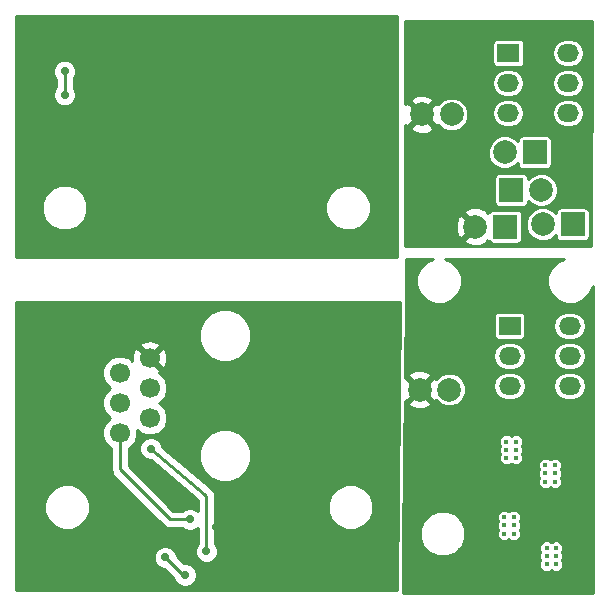
<source format=gbl>
G04 #@! TF.FileFunction,Copper,L2,Bot,Signal*
%FSLAX46Y46*%
G04 Gerber Fmt 4.6, Leading zero omitted, Abs format (unit mm)*
G04 Created by KiCad (PCBNEW 4.0.2-stable) date 11/9/2016 4:35:35 PM*
%MOMM*%
G01*
G04 APERTURE LIST*
%ADD10C,0.150000*%
%ADD11C,0.600000*%
%ADD12C,1.700000*%
%ADD13C,2.000000*%
%ADD14R,2.000000X2.000000*%
%ADD15R,1.824000X1.524000*%
%ADD16O,1.824000X1.524000*%
%ADD17C,0.400000*%
%ADD18C,0.700000*%
%ADD19C,0.250000*%
%ADD20C,0.254000*%
G04 APERTURE END LIST*
D10*
D11*
X165800000Y-129500000D03*
X165800000Y-130500000D03*
X165800000Y-128400000D03*
X165800000Y-127400000D03*
X162800000Y-127400000D03*
X163800000Y-127400000D03*
X164800000Y-127400000D03*
X162800000Y-128400000D03*
X163800000Y-128400000D03*
X164800000Y-128400000D03*
X164800000Y-130500000D03*
X163800000Y-130500000D03*
X162800000Y-130500000D03*
X164800000Y-129500000D03*
X163800000Y-129500000D03*
X162800000Y-129500000D03*
X137300000Y-102500000D03*
X137300000Y-101500000D03*
X137300000Y-100500000D03*
X137300000Y-99500000D03*
X137300000Y-98500000D03*
X137300000Y-103500000D03*
X137300000Y-104500000D03*
X155500000Y-112500000D03*
X156500000Y-112500000D03*
X157500000Y-111500000D03*
X156500000Y-111500000D03*
X155500000Y-111500000D03*
X157500000Y-110500000D03*
X156500000Y-110500000D03*
X155500000Y-110500000D03*
X161500000Y-107500000D03*
X160500000Y-107500000D03*
X159500000Y-107500000D03*
X158500000Y-107500000D03*
X161500000Y-106500000D03*
X160500000Y-106500000D03*
X159500000Y-106500000D03*
X158500000Y-106500000D03*
X158500000Y-108500000D03*
X159500000Y-108500000D03*
X160500000Y-108500000D03*
X161500000Y-108500000D03*
X158500000Y-109500000D03*
X159500000Y-109500000D03*
X160500000Y-109500000D03*
X161500000Y-109500000D03*
X158500000Y-110500000D03*
X159500000Y-110500000D03*
X160500000Y-110500000D03*
X161500000Y-110500000D03*
X158500000Y-111500000D03*
X159500000Y-111500000D03*
X160500000Y-111500000D03*
X161500000Y-111500000D03*
X152800000Y-104200000D03*
X153800000Y-104200000D03*
X152600000Y-102600000D03*
X151600000Y-102600000D03*
X152400000Y-101400000D03*
X151400000Y-101400000D03*
X150000000Y-100000000D03*
X151000000Y-100000000D03*
X147600000Y-97200000D03*
X149600000Y-98600000D03*
X148600000Y-98600000D03*
X160900000Y-104500000D03*
X159900000Y-104500000D03*
X161900000Y-104500000D03*
X162900000Y-104500000D03*
X161900000Y-105500000D03*
X162900000Y-105500000D03*
X147200000Y-107800000D03*
X148200000Y-106300000D03*
X147200000Y-106300000D03*
X146200000Y-106300000D03*
X145200000Y-106300000D03*
X144300000Y-105900000D03*
X143200000Y-104900000D03*
X144200000Y-104900000D03*
X145200000Y-104900000D03*
X146200000Y-104900000D03*
X147200000Y-104900000D03*
X148200000Y-104900000D03*
X148200000Y-103500000D03*
X147200000Y-103500000D03*
X146200000Y-103500000D03*
X145200000Y-103500000D03*
X144200000Y-103500000D03*
X143200000Y-103500000D03*
X142200000Y-103500000D03*
X161500000Y-112500000D03*
X160500000Y-112500000D03*
X159500000Y-112500000D03*
X158500000Y-112500000D03*
X157500000Y-112500000D03*
X167900000Y-112500000D03*
X166900000Y-112500000D03*
X165900000Y-112500000D03*
X167900000Y-111500000D03*
X166900000Y-111500000D03*
X167900000Y-110500000D03*
X166900000Y-110500000D03*
X167900000Y-109500000D03*
X166900000Y-109500000D03*
X167900000Y-108500000D03*
X166900000Y-108500000D03*
X167900000Y-107500000D03*
X166900000Y-107500000D03*
X165900000Y-107500000D03*
X167900000Y-106500000D03*
X166900000Y-106500000D03*
X165900000Y-106500000D03*
X167900000Y-105500000D03*
X166900000Y-105500000D03*
X165900000Y-105500000D03*
X164900000Y-105500000D03*
X163900000Y-105500000D03*
X167900000Y-104500000D03*
X166900000Y-104500000D03*
X165900000Y-104500000D03*
X164900000Y-104500000D03*
X163900000Y-104500000D03*
X167900000Y-103500000D03*
X166900000Y-103500000D03*
X165900000Y-103500000D03*
X164900000Y-103500000D03*
X163900000Y-103500000D03*
X167900000Y-102500000D03*
X166900000Y-102500000D03*
X165900000Y-102500000D03*
X164900000Y-102500000D03*
X163900000Y-102500000D03*
X167900000Y-101500000D03*
X166900000Y-101500000D03*
X165900000Y-101500000D03*
X164900000Y-101500000D03*
X163900000Y-101500000D03*
X167900000Y-100500000D03*
X166900000Y-100500000D03*
X165900000Y-100500000D03*
X164900000Y-100500000D03*
X163900000Y-100500000D03*
X167900000Y-99500000D03*
X166900000Y-99500000D03*
X165900000Y-99500000D03*
X164900000Y-99500000D03*
X163900000Y-99500000D03*
X167900000Y-98500000D03*
X166900000Y-98500000D03*
X165900000Y-98500000D03*
X164900000Y-98500000D03*
X163900000Y-98500000D03*
X167900000Y-97500000D03*
X166900000Y-97500000D03*
X165900000Y-97500000D03*
X164900000Y-97500000D03*
X163900000Y-97500000D03*
X167900000Y-96500000D03*
X166900000Y-96500000D03*
X165900000Y-96500000D03*
X164900000Y-96500000D03*
X163900000Y-96500000D03*
X167900000Y-95500000D03*
X166900000Y-95500000D03*
X165900000Y-95500000D03*
X164900000Y-95500000D03*
X163900000Y-95500000D03*
X167900000Y-94500000D03*
X166900000Y-94500000D03*
X165900000Y-94500000D03*
X164900000Y-94500000D03*
X163900000Y-94500000D03*
X154900000Y-100700000D03*
X155900000Y-100700000D03*
X156900000Y-100700000D03*
X156900000Y-99200000D03*
X155900000Y-99200000D03*
X154900000Y-99200000D03*
X153900000Y-99200000D03*
X151900000Y-97700000D03*
X152900000Y-97700000D03*
X153900000Y-97700000D03*
X154900000Y-97700000D03*
X155900000Y-97700000D03*
X156900000Y-97700000D03*
X156900000Y-96100000D03*
X155900000Y-96100000D03*
X154900000Y-96100000D03*
X153900000Y-96100000D03*
X152900000Y-96100000D03*
X151900000Y-96100000D03*
X150900000Y-96100000D03*
X150900000Y-94600000D03*
X151900000Y-94600000D03*
X152900000Y-94600000D03*
X153900000Y-94600000D03*
X154900000Y-94600000D03*
X155900000Y-94600000D03*
X156900000Y-94600000D03*
X149900000Y-94600000D03*
X167900000Y-93300000D03*
X166900000Y-93300000D03*
X165900000Y-93300000D03*
X164900000Y-93300000D03*
X163900000Y-93300000D03*
X162900000Y-93300000D03*
X161900000Y-93300000D03*
X160900000Y-93300000D03*
X159900000Y-93300000D03*
X158900000Y-93300000D03*
X157900000Y-93300000D03*
X156900000Y-93300000D03*
X155900000Y-93300000D03*
X154900000Y-93300000D03*
X153900000Y-93300000D03*
X152900000Y-93300000D03*
X151900000Y-93300000D03*
X150900000Y-93300000D03*
X149900000Y-93300000D03*
X148900000Y-93300000D03*
X147900000Y-93300000D03*
X146900000Y-93300000D03*
X145900000Y-93300000D03*
X145600000Y-112600000D03*
X142600000Y-110500000D03*
X143600000Y-110500000D03*
X144600000Y-112600000D03*
X143600000Y-112600000D03*
X142600000Y-112600000D03*
X144600000Y-111600000D03*
X143600000Y-111600000D03*
X142600000Y-111600000D03*
X137400000Y-112500000D03*
X137400000Y-111500000D03*
X137400000Y-110500000D03*
X137400000Y-109500000D03*
X137400000Y-108500000D03*
X137400000Y-107500000D03*
X137400000Y-106500000D03*
X137400000Y-105500000D03*
X136300000Y-112500000D03*
X136300000Y-111500000D03*
X136300000Y-110500000D03*
X136300000Y-109500000D03*
X136300000Y-108500000D03*
X136300000Y-107500000D03*
X136300000Y-106500000D03*
X136300000Y-105500000D03*
X136300000Y-104500000D03*
X136300000Y-103500000D03*
X136300000Y-98500000D03*
X136300000Y-99500000D03*
X136300000Y-100500000D03*
X136300000Y-101500000D03*
X136300000Y-102500000D03*
X143600000Y-93300000D03*
X138300000Y-97300000D03*
X137300000Y-97300000D03*
X136300000Y-97300000D03*
X141300000Y-93300000D03*
X144900000Y-93300000D03*
X138300000Y-96300000D03*
X137300000Y-96300000D03*
X136300000Y-96300000D03*
X142400000Y-93300000D03*
X139300000Y-95300000D03*
X138300000Y-95300000D03*
X137300000Y-95300000D03*
X136300000Y-95300000D03*
X140300000Y-94300000D03*
X139300000Y-94300000D03*
X138300000Y-94300000D03*
X137300000Y-94300000D03*
X136300000Y-94300000D03*
X140300000Y-93300000D03*
X139300000Y-93300000D03*
X138300000Y-93300000D03*
X137300000Y-93300000D03*
X136300000Y-93300000D03*
X156700000Y-133400000D03*
X155700000Y-133400000D03*
X154700000Y-133400000D03*
X153700000Y-133400000D03*
X156700000Y-132400000D03*
X155700000Y-132400000D03*
X154700000Y-132400000D03*
X153700000Y-132400000D03*
X167800000Y-130500000D03*
X166800000Y-130500000D03*
X166800000Y-128500000D03*
X167800000Y-128500000D03*
X166800000Y-129500000D03*
X167800000Y-129500000D03*
X167800000Y-127400000D03*
X166800000Y-127400000D03*
X155700000Y-122200000D03*
X156700000Y-122200000D03*
X155700000Y-123200000D03*
X156700000Y-123200000D03*
X155700000Y-124200000D03*
X156700000Y-124200000D03*
X156700000Y-126300000D03*
X155700000Y-126300000D03*
X156700000Y-125300000D03*
X155700000Y-125300000D03*
X150600000Y-125300000D03*
X151600000Y-125300000D03*
X152600000Y-125300000D03*
X153600000Y-125300000D03*
X154600000Y-125300000D03*
X150600000Y-126300000D03*
X151600000Y-126300000D03*
X152600000Y-126300000D03*
X153600000Y-126300000D03*
X154600000Y-126300000D03*
X154600000Y-124200000D03*
X153600000Y-124200000D03*
X152600000Y-124200000D03*
X151600000Y-124200000D03*
X150600000Y-124200000D03*
X154600000Y-123200000D03*
X153600000Y-123200000D03*
X152600000Y-123200000D03*
X151600000Y-123200000D03*
X150600000Y-123200000D03*
X154600000Y-122200000D03*
X153600000Y-122200000D03*
X152600000Y-122200000D03*
X151600000Y-122200000D03*
X150600000Y-122200000D03*
X144500000Y-117200000D03*
X145500000Y-117200000D03*
X146500000Y-117200000D03*
X144500000Y-118200000D03*
X145500000Y-118200000D03*
X144500000Y-119200000D03*
X145500000Y-119200000D03*
X146500000Y-119200000D03*
X146500000Y-118200000D03*
X149500000Y-118200000D03*
X149500000Y-119200000D03*
X148500000Y-119200000D03*
X147500000Y-119200000D03*
X148500000Y-118200000D03*
X147500000Y-118200000D03*
X149500000Y-117200000D03*
X148500000Y-117200000D03*
X147500000Y-117200000D03*
X157700000Y-121200000D03*
X158700000Y-121200000D03*
X159700000Y-121200000D03*
X160700000Y-121200000D03*
X161700000Y-121200000D03*
X162800000Y-121200000D03*
X157700000Y-122200000D03*
X158700000Y-122200000D03*
X159700000Y-122200000D03*
X160700000Y-122200000D03*
X161700000Y-122200000D03*
X157700000Y-123200000D03*
X158700000Y-123200000D03*
X159700000Y-123200000D03*
X160700000Y-123200000D03*
X161700000Y-123200000D03*
X157700000Y-124200000D03*
X158700000Y-124200000D03*
X159700000Y-124200000D03*
X160700000Y-124200000D03*
X161700000Y-124200000D03*
X161700000Y-126300000D03*
X160700000Y-126300000D03*
X159700000Y-126300000D03*
X158700000Y-126300000D03*
X157700000Y-126300000D03*
X161700000Y-125300000D03*
X160700000Y-125300000D03*
X159700000Y-125300000D03*
X158700000Y-125300000D03*
X157700000Y-125300000D03*
X162800000Y-125300000D03*
X163800000Y-125300000D03*
X164800000Y-125300000D03*
X162800000Y-126300000D03*
X163800000Y-126300000D03*
X164800000Y-126300000D03*
X164800000Y-124200000D03*
X163800000Y-124200000D03*
X162800000Y-124200000D03*
X164800000Y-123200000D03*
X163800000Y-123200000D03*
X162800000Y-123200000D03*
X164800000Y-122200000D03*
X163800000Y-122200000D03*
X162800000Y-122200000D03*
X164800000Y-121200000D03*
X163800000Y-121200000D03*
X163800000Y-117200000D03*
X164800000Y-117200000D03*
X162800000Y-118200000D03*
X163800000Y-118200000D03*
X164800000Y-118200000D03*
X162800000Y-119200000D03*
X163800000Y-119200000D03*
X164800000Y-119200000D03*
X162800000Y-120200000D03*
X163800000Y-120200000D03*
X164800000Y-120200000D03*
X161700000Y-120200000D03*
X160700000Y-120200000D03*
X159700000Y-120200000D03*
X158700000Y-120200000D03*
X157700000Y-120200000D03*
X161700000Y-119200000D03*
X160700000Y-119200000D03*
X159700000Y-119200000D03*
X158700000Y-119200000D03*
X157700000Y-119200000D03*
X161700000Y-118200000D03*
X160700000Y-118200000D03*
X159700000Y-118200000D03*
X158700000Y-118200000D03*
X157700000Y-118200000D03*
X162800000Y-117200000D03*
X161700000Y-117200000D03*
X160700000Y-117200000D03*
X159700000Y-117200000D03*
X158700000Y-117200000D03*
X157700000Y-117200000D03*
X165800000Y-117200000D03*
X167800000Y-120200000D03*
X166800000Y-120200000D03*
X165800000Y-120200000D03*
X167800000Y-119200000D03*
X166800000Y-119200000D03*
X165800000Y-119200000D03*
X167800000Y-118200000D03*
X166800000Y-118200000D03*
X165800000Y-118200000D03*
X167800000Y-117200000D03*
X166800000Y-117200000D03*
X166800000Y-121200000D03*
X167800000Y-121200000D03*
X165800000Y-122200000D03*
X166800000Y-122200000D03*
X167800000Y-122200000D03*
X165800000Y-123200000D03*
X166800000Y-123200000D03*
X167800000Y-123200000D03*
X165800000Y-124200000D03*
X166800000Y-124200000D03*
X167800000Y-124200000D03*
X167800000Y-126300000D03*
X166800000Y-126300000D03*
X165800000Y-126300000D03*
X167800000Y-125300000D03*
X166800000Y-125300000D03*
X165800000Y-125300000D03*
X165800000Y-121200000D03*
X161700000Y-130400000D03*
X160700000Y-130400000D03*
X159700000Y-130400000D03*
X158700000Y-130400000D03*
X157700000Y-130400000D03*
X161700000Y-129400000D03*
X160700000Y-129400000D03*
X159700000Y-129400000D03*
X158700000Y-129400000D03*
X157700000Y-129400000D03*
X161700000Y-128400000D03*
X160700000Y-128400000D03*
X159700000Y-128400000D03*
X158700000Y-128400000D03*
X157700000Y-128400000D03*
X161700000Y-127400000D03*
X160700000Y-127400000D03*
X159700000Y-127400000D03*
X158700000Y-127400000D03*
X157700000Y-127400000D03*
X154800000Y-137400000D03*
X155800000Y-137400000D03*
X156800000Y-137400000D03*
X154800000Y-138400000D03*
X155800000Y-138400000D03*
X156800000Y-138400000D03*
X156800000Y-140500000D03*
X155800000Y-140500000D03*
X154800000Y-140500000D03*
X156800000Y-139500000D03*
X155800000Y-139500000D03*
X154800000Y-139500000D03*
X165800000Y-139500000D03*
X166800000Y-139500000D03*
X167800000Y-139500000D03*
X165800000Y-140500000D03*
X166800000Y-140500000D03*
X167800000Y-140500000D03*
X167800000Y-138400000D03*
X166800000Y-138400000D03*
X165800000Y-138400000D03*
X167800000Y-137400000D03*
X166800000Y-137400000D03*
X165800000Y-137400000D03*
X167800000Y-136400000D03*
X166800000Y-136400000D03*
X165800000Y-136400000D03*
X167800000Y-135400000D03*
X166800000Y-135400000D03*
X166800000Y-131500000D03*
X167800000Y-131500000D03*
X165800000Y-132400000D03*
X166800000Y-132400000D03*
X167800000Y-132400000D03*
X166800000Y-133400000D03*
X167800000Y-133400000D03*
X166800000Y-134400000D03*
X167800000Y-134400000D03*
X165800000Y-131500000D03*
X157700000Y-131400000D03*
X158700000Y-131400000D03*
X159700000Y-131400000D03*
X160700000Y-131400000D03*
X161700000Y-131400000D03*
X162800000Y-131500000D03*
X157700000Y-132400000D03*
X158700000Y-132400000D03*
X159700000Y-132400000D03*
X160700000Y-132400000D03*
X161700000Y-132400000D03*
X157700000Y-133400000D03*
X158700000Y-133400000D03*
X159700000Y-133400000D03*
X160700000Y-133400000D03*
X161700000Y-133400000D03*
X157700000Y-134400000D03*
X158700000Y-134400000D03*
X159700000Y-134400000D03*
X160700000Y-134400000D03*
X161700000Y-134400000D03*
X162800000Y-132400000D03*
X164800000Y-131500000D03*
X163800000Y-131500000D03*
X162800000Y-136400000D03*
X163800000Y-136400000D03*
X164800000Y-136400000D03*
X162800000Y-137400000D03*
X163800000Y-137400000D03*
X164800000Y-137400000D03*
X162800000Y-138400000D03*
X163800000Y-138400000D03*
X164800000Y-138400000D03*
X164800000Y-140500000D03*
X163800000Y-140500000D03*
X162800000Y-140500000D03*
X164800000Y-139500000D03*
X163800000Y-139500000D03*
X162800000Y-139500000D03*
X157700000Y-139500000D03*
X158700000Y-139500000D03*
X159700000Y-139500000D03*
X160700000Y-139500000D03*
X161700000Y-139500000D03*
X157700000Y-140500000D03*
X158700000Y-140500000D03*
X159700000Y-140500000D03*
X160700000Y-140500000D03*
X161700000Y-140500000D03*
X146800000Y-139500000D03*
X146800000Y-140500000D03*
X145800000Y-140500000D03*
X145800000Y-139500000D03*
X136500000Y-139500000D03*
X136500000Y-140500000D03*
X137600000Y-139500000D03*
X137600000Y-140500000D03*
X142800000Y-139500000D03*
X143800000Y-139500000D03*
X144800000Y-139500000D03*
X142800000Y-140500000D03*
X143800000Y-140500000D03*
X144800000Y-140500000D03*
X141800000Y-140500000D03*
X140800000Y-140500000D03*
X139800000Y-140500000D03*
X141800000Y-139500000D03*
X140800000Y-139500000D03*
X139800000Y-139500000D03*
X138700000Y-140500000D03*
X138700000Y-139500000D03*
X138700000Y-137400000D03*
X138700000Y-138400000D03*
X139800000Y-137400000D03*
X140800000Y-137400000D03*
X141800000Y-137400000D03*
X139800000Y-138400000D03*
X140800000Y-138400000D03*
X141800000Y-138400000D03*
X141800000Y-136300000D03*
X139800000Y-136300000D03*
X140800000Y-136300000D03*
X139800000Y-126500000D03*
X138900000Y-127300000D03*
X140800000Y-131400000D03*
X138700000Y-131400000D03*
X138700000Y-132400000D03*
X139700000Y-129400000D03*
X139800000Y-131400000D03*
X138600000Y-126500000D03*
X138800000Y-129400000D03*
X137600000Y-126500000D03*
X137600000Y-127500000D03*
X141500000Y-117200000D03*
X142500000Y-117200000D03*
X143500000Y-117200000D03*
X141500000Y-118200000D03*
X142500000Y-118200000D03*
X141500000Y-119200000D03*
X141500000Y-120200000D03*
X142500000Y-120200000D03*
X142500000Y-119200000D03*
X143500000Y-119200000D03*
X143500000Y-120200000D03*
X143500000Y-118200000D03*
X140500000Y-118200000D03*
X140500000Y-125400000D03*
X140500000Y-124400000D03*
X140500000Y-123400000D03*
X140500000Y-122400000D03*
X140500000Y-121400000D03*
X140500000Y-120200000D03*
X140500000Y-119200000D03*
X139500000Y-119200000D03*
X139500000Y-120200000D03*
X137500000Y-121400000D03*
X138500000Y-121400000D03*
X139500000Y-121400000D03*
X137500000Y-122400000D03*
X138500000Y-122400000D03*
X139500000Y-122400000D03*
X137500000Y-123400000D03*
X138500000Y-123400000D03*
X139500000Y-123400000D03*
X137500000Y-124400000D03*
X138500000Y-124400000D03*
X139500000Y-124400000D03*
X137500000Y-125400000D03*
X138500000Y-125400000D03*
X139500000Y-125400000D03*
X161700000Y-138400000D03*
X160700000Y-138400000D03*
X159700000Y-138400000D03*
X158700000Y-138400000D03*
X157700000Y-138400000D03*
X161700000Y-137400000D03*
X160700000Y-137400000D03*
X159700000Y-137400000D03*
X158700000Y-137400000D03*
X157700000Y-137400000D03*
X161700000Y-136400000D03*
X160700000Y-136400000D03*
X159700000Y-136400000D03*
X158700000Y-136400000D03*
X157700000Y-136400000D03*
X161700000Y-135400000D03*
X160700000Y-135400000D03*
X159700000Y-135400000D03*
X158700000Y-135400000D03*
X157700000Y-135400000D03*
X145800000Y-137400000D03*
X145800000Y-138400000D03*
X146800000Y-138400000D03*
X139800000Y-127300000D03*
X144800000Y-138400000D03*
X143800000Y-138400000D03*
X142800000Y-138400000D03*
X144800000Y-137400000D03*
X143800000Y-137400000D03*
X142800000Y-137400000D03*
X144800000Y-136400000D03*
X143800000Y-136400000D03*
X142800000Y-136400000D03*
X143800000Y-135400000D03*
X142800000Y-135400000D03*
X140700000Y-128500000D03*
X140800000Y-130400000D03*
X139700000Y-130400000D03*
X142800000Y-134400000D03*
X140700000Y-127300000D03*
X138800000Y-128400000D03*
X138700000Y-130400000D03*
X138700000Y-136400000D03*
X139800000Y-128400000D03*
X140800000Y-129400000D03*
X137600000Y-138400000D03*
X137600000Y-137400000D03*
X137600000Y-136400000D03*
X137600000Y-135400000D03*
X137600000Y-134400000D03*
X137600000Y-133400000D03*
X137600000Y-132400000D03*
X137600000Y-131400000D03*
X137600000Y-130400000D03*
X137600000Y-129400000D03*
X137600000Y-128400000D03*
X136500000Y-138400000D03*
X136500000Y-137400000D03*
X136500000Y-136400000D03*
X136500000Y-135400000D03*
X136500000Y-134400000D03*
X136500000Y-133400000D03*
X136500000Y-132400000D03*
X136500000Y-131400000D03*
X136500000Y-130400000D03*
X136500000Y-129400000D03*
X136500000Y-128400000D03*
X136500000Y-127400000D03*
X136500000Y-126400000D03*
X136500000Y-121400000D03*
X136500000Y-122400000D03*
X136500000Y-123400000D03*
X136500000Y-124400000D03*
X136500000Y-125400000D03*
X138500000Y-120200000D03*
X137500000Y-120200000D03*
X136500000Y-120200000D03*
X138500000Y-119200000D03*
X137500000Y-119200000D03*
X136500000Y-119200000D03*
X139500000Y-118200000D03*
X138500000Y-118200000D03*
X137500000Y-118200000D03*
X136500000Y-118200000D03*
X140500000Y-117200000D03*
X139500000Y-117200000D03*
X138500000Y-117200000D03*
X137500000Y-117200000D03*
X136500000Y-117200000D03*
D12*
X144660000Y-127875000D03*
X144660000Y-125335000D03*
X144660000Y-122795000D03*
X147200000Y-124065000D03*
X147200000Y-121525000D03*
X147200000Y-126605000D03*
D13*
X170250000Y-100900000D03*
X172750000Y-100900000D03*
D14*
X177800000Y-107300000D03*
D13*
X180340000Y-107300000D03*
D14*
X183000000Y-110200000D03*
D13*
X180460000Y-110200000D03*
D14*
X177300000Y-110400000D03*
D13*
X174760000Y-110400000D03*
D15*
X177560000Y-95700000D03*
D16*
X182640000Y-95700000D03*
X177560000Y-98240000D03*
X182640000Y-98240000D03*
X177560000Y-100780000D03*
X182640000Y-100780000D03*
D14*
X179800000Y-104100000D03*
D13*
X177260000Y-104100000D03*
X170050000Y-124200000D03*
X172550000Y-124200000D03*
D15*
X177660000Y-118800000D03*
D16*
X182740000Y-118800000D03*
X177660000Y-121340000D03*
X182740000Y-121340000D03*
X177660000Y-123880000D03*
X182740000Y-123880000D03*
D17*
X177200000Y-136400000D03*
X177200000Y-135700000D03*
X177200000Y-135000000D03*
X178000000Y-136400000D03*
X178000000Y-135700000D03*
X178000000Y-135000000D03*
X181600000Y-137600000D03*
X181600000Y-138300000D03*
X181600000Y-139000000D03*
X180800000Y-137600000D03*
X180800000Y-138300000D03*
X180800000Y-139000000D03*
X181500000Y-130600000D03*
X181500000Y-131300000D03*
X181500000Y-132000000D03*
X180700000Y-130600000D03*
X180700000Y-131300000D03*
X180700000Y-132000000D03*
X178200000Y-128600000D03*
X178200000Y-129300000D03*
X178200000Y-130000000D03*
X177400000Y-128600000D03*
X177400000Y-129300000D03*
X177400000Y-130000000D03*
D18*
X149500000Y-109300000D03*
X154200000Y-109000000D03*
X154300000Y-110000000D03*
X153000000Y-111100000D03*
X148300000Y-140200000D03*
X150100000Y-133400000D03*
X152400000Y-140100000D03*
X154200000Y-139200000D03*
X154200000Y-138100000D03*
X154100000Y-136900000D03*
X152800000Y-135800000D03*
D11*
X172600000Y-110400000D03*
D18*
X150600000Y-135200000D03*
X150200000Y-139900000D03*
X148500000Y-138400000D03*
X140000000Y-97250000D03*
X140000000Y-99250000D03*
X147300000Y-129200000D03*
X152000000Y-137900000D03*
D19*
X144660000Y-127875000D02*
X144660000Y-130960000D01*
X144660000Y-130960000D02*
X148900000Y-135200000D01*
X148900000Y-135200000D02*
X150600000Y-135200000D01*
X150000000Y-139900000D02*
X150200000Y-139900000D01*
X148500000Y-138400000D02*
X150000000Y-139900000D01*
X140000000Y-99250000D02*
X140000000Y-97250000D01*
X152000000Y-137900000D02*
X152000000Y-133200000D01*
X152000000Y-133200000D02*
X151800000Y-133000000D01*
X151800000Y-133000000D02*
X147300000Y-129200000D01*
D20*
G36*
X168173000Y-112973000D02*
X135877000Y-112973000D01*
X135877000Y-109181622D01*
X138072666Y-109181622D01*
X138365416Y-109890132D01*
X138907017Y-110432678D01*
X139615014Y-110726665D01*
X140381622Y-110727334D01*
X141090132Y-110434584D01*
X141632678Y-109892983D01*
X141926665Y-109184986D01*
X141926667Y-109181622D01*
X162072666Y-109181622D01*
X162365416Y-109890132D01*
X162907017Y-110432678D01*
X163615014Y-110726665D01*
X164381622Y-110727334D01*
X165090132Y-110434584D01*
X165632678Y-109892983D01*
X165926665Y-109184986D01*
X165927334Y-108418378D01*
X165634584Y-107709868D01*
X165092983Y-107167322D01*
X164384986Y-106873335D01*
X163618378Y-106872666D01*
X162909868Y-107165416D01*
X162367322Y-107707017D01*
X162073335Y-108415014D01*
X162072666Y-109181622D01*
X141926667Y-109181622D01*
X141927334Y-108418378D01*
X141634584Y-107709868D01*
X141092983Y-107167322D01*
X140384986Y-106873335D01*
X139618378Y-106872666D01*
X138909868Y-107165416D01*
X138367322Y-107707017D01*
X138073335Y-108415014D01*
X138072666Y-109181622D01*
X135877000Y-109181622D01*
X135877000Y-97443485D01*
X139022830Y-97443485D01*
X139171256Y-97802703D01*
X139248000Y-97879581D01*
X139248000Y-98620205D01*
X139172222Y-98695851D01*
X139023170Y-99054810D01*
X139022830Y-99443485D01*
X139171256Y-99802703D01*
X139445851Y-100077778D01*
X139804810Y-100226830D01*
X140193485Y-100227170D01*
X140552703Y-100078744D01*
X140827778Y-99804149D01*
X140976830Y-99445190D01*
X140977170Y-99056515D01*
X140828744Y-98697297D01*
X140752000Y-98620419D01*
X140752000Y-97879795D01*
X140827778Y-97804149D01*
X140976830Y-97445190D01*
X140977170Y-97056515D01*
X140828744Y-96697297D01*
X140554149Y-96422222D01*
X140195190Y-96273170D01*
X139806515Y-96272830D01*
X139447297Y-96421256D01*
X139172222Y-96695851D01*
X139023170Y-97054810D01*
X139022830Y-97443485D01*
X135877000Y-97443485D01*
X135877000Y-92577000D01*
X168173000Y-92577000D01*
X168173000Y-112973000D01*
X168173000Y-112973000D01*
G37*
X168173000Y-112973000D02*
X135877000Y-112973000D01*
X135877000Y-109181622D01*
X138072666Y-109181622D01*
X138365416Y-109890132D01*
X138907017Y-110432678D01*
X139615014Y-110726665D01*
X140381622Y-110727334D01*
X141090132Y-110434584D01*
X141632678Y-109892983D01*
X141926665Y-109184986D01*
X141926667Y-109181622D01*
X162072666Y-109181622D01*
X162365416Y-109890132D01*
X162907017Y-110432678D01*
X163615014Y-110726665D01*
X164381622Y-110727334D01*
X165090132Y-110434584D01*
X165632678Y-109892983D01*
X165926665Y-109184986D01*
X165927334Y-108418378D01*
X165634584Y-107709868D01*
X165092983Y-107167322D01*
X164384986Y-106873335D01*
X163618378Y-106872666D01*
X162909868Y-107165416D01*
X162367322Y-107707017D01*
X162073335Y-108415014D01*
X162072666Y-109181622D01*
X141926667Y-109181622D01*
X141927334Y-108418378D01*
X141634584Y-107709868D01*
X141092983Y-107167322D01*
X140384986Y-106873335D01*
X139618378Y-106872666D01*
X138909868Y-107165416D01*
X138367322Y-107707017D01*
X138073335Y-108415014D01*
X138072666Y-109181622D01*
X135877000Y-109181622D01*
X135877000Y-97443485D01*
X139022830Y-97443485D01*
X139171256Y-97802703D01*
X139248000Y-97879581D01*
X139248000Y-98620205D01*
X139172222Y-98695851D01*
X139023170Y-99054810D01*
X139022830Y-99443485D01*
X139171256Y-99802703D01*
X139445851Y-100077778D01*
X139804810Y-100226830D01*
X140193485Y-100227170D01*
X140552703Y-100078744D01*
X140827778Y-99804149D01*
X140976830Y-99445190D01*
X140977170Y-99056515D01*
X140828744Y-98697297D01*
X140752000Y-98620419D01*
X140752000Y-97879795D01*
X140827778Y-97804149D01*
X140976830Y-97445190D01*
X140977170Y-97056515D01*
X140828744Y-96697297D01*
X140554149Y-96422222D01*
X140195190Y-96273170D01*
X139806515Y-96272830D01*
X139447297Y-96421256D01*
X139172222Y-96695851D01*
X139023170Y-97054810D01*
X139022830Y-97443485D01*
X135877000Y-97443485D01*
X135877000Y-92577000D01*
X168173000Y-92577000D01*
X168173000Y-112973000D01*
G36*
X168174028Y-141173000D02*
X135877000Y-141173000D01*
X135877000Y-138593485D01*
X147522830Y-138593485D01*
X147671256Y-138952703D01*
X147945851Y-139227778D01*
X148304810Y-139376830D01*
X148413437Y-139376925D01*
X149288198Y-140251686D01*
X149371256Y-140452703D01*
X149645851Y-140727778D01*
X150004810Y-140876830D01*
X150393485Y-140877170D01*
X150752703Y-140728744D01*
X151027778Y-140454149D01*
X151176830Y-140095190D01*
X151177170Y-139706515D01*
X151028744Y-139347297D01*
X150754149Y-139072222D01*
X150395190Y-138923170D01*
X150086389Y-138922900D01*
X149477076Y-138313588D01*
X149477170Y-138206515D01*
X149328744Y-137847297D01*
X149054149Y-137572222D01*
X148695190Y-137423170D01*
X148306515Y-137422830D01*
X147947297Y-137571256D01*
X147672222Y-137845851D01*
X147523170Y-138204810D01*
X147522830Y-138593485D01*
X135877000Y-138593485D01*
X135877000Y-134531622D01*
X138272666Y-134531622D01*
X138565416Y-135240132D01*
X139107017Y-135782678D01*
X139815014Y-136076665D01*
X140581622Y-136077334D01*
X141290132Y-135784584D01*
X141832678Y-135242983D01*
X142126665Y-134534986D01*
X142127334Y-133768378D01*
X141834584Y-133059868D01*
X141292983Y-132517322D01*
X140584986Y-132223335D01*
X139818378Y-132222666D01*
X139109868Y-132515416D01*
X138567322Y-133057017D01*
X138273335Y-133765014D01*
X138272666Y-134531622D01*
X135877000Y-134531622D01*
X135877000Y-123087505D01*
X143182744Y-123087505D01*
X143407130Y-123630560D01*
X143822254Y-124046409D01*
X143866463Y-124064766D01*
X143824440Y-124082130D01*
X143408591Y-124497254D01*
X143183257Y-125039918D01*
X143182744Y-125627505D01*
X143407130Y-126170560D01*
X143822254Y-126586409D01*
X143866463Y-126604766D01*
X143824440Y-126622130D01*
X143408591Y-127037254D01*
X143183257Y-127579918D01*
X143182744Y-128167505D01*
X143407130Y-128710560D01*
X143822254Y-129126409D01*
X143908000Y-129162014D01*
X143908000Y-130960000D01*
X143965243Y-131247778D01*
X144128256Y-131491744D01*
X148368256Y-135731745D01*
X148612223Y-135894758D01*
X148900000Y-135952000D01*
X149970205Y-135952000D01*
X150045851Y-136027778D01*
X150404810Y-136176830D01*
X150793485Y-136177170D01*
X151152703Y-136028744D01*
X151248000Y-135933613D01*
X151248000Y-137270205D01*
X151172222Y-137345851D01*
X151023170Y-137704810D01*
X151022830Y-138093485D01*
X151171256Y-138452703D01*
X151445851Y-138727778D01*
X151804810Y-138876830D01*
X152193485Y-138877170D01*
X152552703Y-138728744D01*
X152827778Y-138454149D01*
X152976830Y-138095190D01*
X152977170Y-137706515D01*
X152828744Y-137347297D01*
X152752000Y-137270419D01*
X152752000Y-134531622D01*
X162272666Y-134531622D01*
X162565416Y-135240132D01*
X163107017Y-135782678D01*
X163815014Y-136076665D01*
X164581622Y-136077334D01*
X165290132Y-135784584D01*
X165832678Y-135242983D01*
X166126665Y-134534986D01*
X166127334Y-133768378D01*
X165834584Y-133059868D01*
X165292983Y-132517322D01*
X164584986Y-132223335D01*
X163818378Y-132222666D01*
X163109868Y-132515416D01*
X162567322Y-133057017D01*
X162273335Y-133765014D01*
X162272666Y-134531622D01*
X152752000Y-134531622D01*
X152752000Y-133200000D01*
X152694757Y-132912222D01*
X152629464Y-132814503D01*
X152531745Y-132668256D01*
X152331744Y-132468256D01*
X152305132Y-132450474D01*
X152285176Y-132425450D01*
X149672339Y-130219054D01*
X151332616Y-130219054D01*
X151669423Y-131034189D01*
X152292530Y-131658386D01*
X153107077Y-131996615D01*
X153989054Y-131997384D01*
X154804189Y-131660577D01*
X155428386Y-131037470D01*
X155766615Y-130222923D01*
X155767384Y-129340946D01*
X155430577Y-128525811D01*
X154807470Y-127901614D01*
X153992923Y-127563385D01*
X153110946Y-127562616D01*
X152295811Y-127899423D01*
X151671614Y-128522530D01*
X151333385Y-129337077D01*
X151332616Y-130219054D01*
X149672339Y-130219054D01*
X148277140Y-129040886D01*
X148277170Y-129006515D01*
X148128744Y-128647297D01*
X147854149Y-128372222D01*
X147495190Y-128223170D01*
X147106515Y-128222830D01*
X146747297Y-128371256D01*
X146472222Y-128645851D01*
X146323170Y-129004810D01*
X146322830Y-129393485D01*
X146471256Y-129752703D01*
X146745851Y-130027778D01*
X147104810Y-130176830D01*
X147291401Y-130176993D01*
X151248000Y-133518122D01*
X151248000Y-134466237D01*
X151154149Y-134372222D01*
X150795190Y-134223170D01*
X150406515Y-134222830D01*
X150047297Y-134371256D01*
X149970419Y-134448000D01*
X149211489Y-134448000D01*
X145412000Y-130648512D01*
X145412000Y-129162396D01*
X145495560Y-129127870D01*
X145911409Y-128712746D01*
X146136743Y-128170082D01*
X146137214Y-127630976D01*
X146362254Y-127856409D01*
X146904918Y-128081743D01*
X147492505Y-128082256D01*
X148035560Y-127857870D01*
X148451409Y-127442746D01*
X148676743Y-126900082D01*
X148677256Y-126312495D01*
X148452870Y-125769440D01*
X148037746Y-125353591D01*
X147993537Y-125335234D01*
X148035560Y-125317870D01*
X148451409Y-124902746D01*
X148676743Y-124360082D01*
X148677256Y-123772495D01*
X148452870Y-123229440D01*
X148037746Y-122813591D01*
X147992245Y-122794697D01*
X148064353Y-122568958D01*
X147200000Y-121704605D01*
X147185858Y-121718748D01*
X147006253Y-121539143D01*
X147020395Y-121525000D01*
X147379605Y-121525000D01*
X148243958Y-122389353D01*
X148495259Y-122309080D01*
X148696718Y-121753721D01*
X148670315Y-121163542D01*
X148495259Y-120740920D01*
X148243958Y-120660647D01*
X147379605Y-121525000D01*
X147020395Y-121525000D01*
X146156042Y-120660647D01*
X145904741Y-120740920D01*
X145703282Y-121296279D01*
X145724509Y-121770750D01*
X145497746Y-121543591D01*
X144955082Y-121318257D01*
X144367495Y-121317744D01*
X143824440Y-121542130D01*
X143408591Y-121957254D01*
X143183257Y-122499918D01*
X143182744Y-123087505D01*
X135877000Y-123087505D01*
X135877000Y-120481042D01*
X146335647Y-120481042D01*
X147200000Y-121345395D01*
X148064353Y-120481042D01*
X147984080Y-120229741D01*
X147513550Y-120059054D01*
X151332616Y-120059054D01*
X151669423Y-120874189D01*
X152292530Y-121498386D01*
X153107077Y-121836615D01*
X153989054Y-121837384D01*
X154804189Y-121500577D01*
X155428386Y-120877470D01*
X155766615Y-120062923D01*
X155767384Y-119180946D01*
X155430577Y-118365811D01*
X154807470Y-117741614D01*
X153992923Y-117403385D01*
X153110946Y-117402616D01*
X152295811Y-117739423D01*
X151671614Y-118362530D01*
X151333385Y-119177077D01*
X151332616Y-120059054D01*
X147513550Y-120059054D01*
X147428721Y-120028282D01*
X146838542Y-120054685D01*
X146415920Y-120229741D01*
X146335647Y-120481042D01*
X135877000Y-120481042D01*
X135877000Y-116827000D01*
X168371963Y-116827000D01*
X168174028Y-141173000D01*
X168174028Y-141173000D01*
G37*
X168174028Y-141173000D02*
X135877000Y-141173000D01*
X135877000Y-138593485D01*
X147522830Y-138593485D01*
X147671256Y-138952703D01*
X147945851Y-139227778D01*
X148304810Y-139376830D01*
X148413437Y-139376925D01*
X149288198Y-140251686D01*
X149371256Y-140452703D01*
X149645851Y-140727778D01*
X150004810Y-140876830D01*
X150393485Y-140877170D01*
X150752703Y-140728744D01*
X151027778Y-140454149D01*
X151176830Y-140095190D01*
X151177170Y-139706515D01*
X151028744Y-139347297D01*
X150754149Y-139072222D01*
X150395190Y-138923170D01*
X150086389Y-138922900D01*
X149477076Y-138313588D01*
X149477170Y-138206515D01*
X149328744Y-137847297D01*
X149054149Y-137572222D01*
X148695190Y-137423170D01*
X148306515Y-137422830D01*
X147947297Y-137571256D01*
X147672222Y-137845851D01*
X147523170Y-138204810D01*
X147522830Y-138593485D01*
X135877000Y-138593485D01*
X135877000Y-134531622D01*
X138272666Y-134531622D01*
X138565416Y-135240132D01*
X139107017Y-135782678D01*
X139815014Y-136076665D01*
X140581622Y-136077334D01*
X141290132Y-135784584D01*
X141832678Y-135242983D01*
X142126665Y-134534986D01*
X142127334Y-133768378D01*
X141834584Y-133059868D01*
X141292983Y-132517322D01*
X140584986Y-132223335D01*
X139818378Y-132222666D01*
X139109868Y-132515416D01*
X138567322Y-133057017D01*
X138273335Y-133765014D01*
X138272666Y-134531622D01*
X135877000Y-134531622D01*
X135877000Y-123087505D01*
X143182744Y-123087505D01*
X143407130Y-123630560D01*
X143822254Y-124046409D01*
X143866463Y-124064766D01*
X143824440Y-124082130D01*
X143408591Y-124497254D01*
X143183257Y-125039918D01*
X143182744Y-125627505D01*
X143407130Y-126170560D01*
X143822254Y-126586409D01*
X143866463Y-126604766D01*
X143824440Y-126622130D01*
X143408591Y-127037254D01*
X143183257Y-127579918D01*
X143182744Y-128167505D01*
X143407130Y-128710560D01*
X143822254Y-129126409D01*
X143908000Y-129162014D01*
X143908000Y-130960000D01*
X143965243Y-131247778D01*
X144128256Y-131491744D01*
X148368256Y-135731745D01*
X148612223Y-135894758D01*
X148900000Y-135952000D01*
X149970205Y-135952000D01*
X150045851Y-136027778D01*
X150404810Y-136176830D01*
X150793485Y-136177170D01*
X151152703Y-136028744D01*
X151248000Y-135933613D01*
X151248000Y-137270205D01*
X151172222Y-137345851D01*
X151023170Y-137704810D01*
X151022830Y-138093485D01*
X151171256Y-138452703D01*
X151445851Y-138727778D01*
X151804810Y-138876830D01*
X152193485Y-138877170D01*
X152552703Y-138728744D01*
X152827778Y-138454149D01*
X152976830Y-138095190D01*
X152977170Y-137706515D01*
X152828744Y-137347297D01*
X152752000Y-137270419D01*
X152752000Y-134531622D01*
X162272666Y-134531622D01*
X162565416Y-135240132D01*
X163107017Y-135782678D01*
X163815014Y-136076665D01*
X164581622Y-136077334D01*
X165290132Y-135784584D01*
X165832678Y-135242983D01*
X166126665Y-134534986D01*
X166127334Y-133768378D01*
X165834584Y-133059868D01*
X165292983Y-132517322D01*
X164584986Y-132223335D01*
X163818378Y-132222666D01*
X163109868Y-132515416D01*
X162567322Y-133057017D01*
X162273335Y-133765014D01*
X162272666Y-134531622D01*
X152752000Y-134531622D01*
X152752000Y-133200000D01*
X152694757Y-132912222D01*
X152629464Y-132814503D01*
X152531745Y-132668256D01*
X152331744Y-132468256D01*
X152305132Y-132450474D01*
X152285176Y-132425450D01*
X149672339Y-130219054D01*
X151332616Y-130219054D01*
X151669423Y-131034189D01*
X152292530Y-131658386D01*
X153107077Y-131996615D01*
X153989054Y-131997384D01*
X154804189Y-131660577D01*
X155428386Y-131037470D01*
X155766615Y-130222923D01*
X155767384Y-129340946D01*
X155430577Y-128525811D01*
X154807470Y-127901614D01*
X153992923Y-127563385D01*
X153110946Y-127562616D01*
X152295811Y-127899423D01*
X151671614Y-128522530D01*
X151333385Y-129337077D01*
X151332616Y-130219054D01*
X149672339Y-130219054D01*
X148277140Y-129040886D01*
X148277170Y-129006515D01*
X148128744Y-128647297D01*
X147854149Y-128372222D01*
X147495190Y-128223170D01*
X147106515Y-128222830D01*
X146747297Y-128371256D01*
X146472222Y-128645851D01*
X146323170Y-129004810D01*
X146322830Y-129393485D01*
X146471256Y-129752703D01*
X146745851Y-130027778D01*
X147104810Y-130176830D01*
X147291401Y-130176993D01*
X151248000Y-133518122D01*
X151248000Y-134466237D01*
X151154149Y-134372222D01*
X150795190Y-134223170D01*
X150406515Y-134222830D01*
X150047297Y-134371256D01*
X149970419Y-134448000D01*
X149211489Y-134448000D01*
X145412000Y-130648512D01*
X145412000Y-129162396D01*
X145495560Y-129127870D01*
X145911409Y-128712746D01*
X146136743Y-128170082D01*
X146137214Y-127630976D01*
X146362254Y-127856409D01*
X146904918Y-128081743D01*
X147492505Y-128082256D01*
X148035560Y-127857870D01*
X148451409Y-127442746D01*
X148676743Y-126900082D01*
X148677256Y-126312495D01*
X148452870Y-125769440D01*
X148037746Y-125353591D01*
X147993537Y-125335234D01*
X148035560Y-125317870D01*
X148451409Y-124902746D01*
X148676743Y-124360082D01*
X148677256Y-123772495D01*
X148452870Y-123229440D01*
X148037746Y-122813591D01*
X147992245Y-122794697D01*
X148064353Y-122568958D01*
X147200000Y-121704605D01*
X147185858Y-121718748D01*
X147006253Y-121539143D01*
X147020395Y-121525000D01*
X147379605Y-121525000D01*
X148243958Y-122389353D01*
X148495259Y-122309080D01*
X148696718Y-121753721D01*
X148670315Y-121163542D01*
X148495259Y-120740920D01*
X148243958Y-120660647D01*
X147379605Y-121525000D01*
X147020395Y-121525000D01*
X146156042Y-120660647D01*
X145904741Y-120740920D01*
X145703282Y-121296279D01*
X145724509Y-121770750D01*
X145497746Y-121543591D01*
X144955082Y-121318257D01*
X144367495Y-121317744D01*
X143824440Y-121542130D01*
X143408591Y-121957254D01*
X143183257Y-122499918D01*
X143182744Y-123087505D01*
X135877000Y-123087505D01*
X135877000Y-120481042D01*
X146335647Y-120481042D01*
X147200000Y-121345395D01*
X148064353Y-120481042D01*
X147984080Y-120229741D01*
X147513550Y-120059054D01*
X151332616Y-120059054D01*
X151669423Y-120874189D01*
X152292530Y-121498386D01*
X153107077Y-121836615D01*
X153989054Y-121837384D01*
X154804189Y-121500577D01*
X155428386Y-120877470D01*
X155766615Y-120062923D01*
X155767384Y-119180946D01*
X155430577Y-118365811D01*
X154807470Y-117741614D01*
X153992923Y-117403385D01*
X153110946Y-117402616D01*
X152295811Y-117739423D01*
X151671614Y-118362530D01*
X151333385Y-119177077D01*
X151332616Y-120059054D01*
X147513550Y-120059054D01*
X147428721Y-120028282D01*
X146838542Y-120054685D01*
X146415920Y-120229741D01*
X146335647Y-120481042D01*
X135877000Y-120481042D01*
X135877000Y-116827000D01*
X168371963Y-116827000D01*
X168174028Y-141173000D01*
G36*
X184573328Y-112073000D02*
X168827000Y-112073000D01*
X168827000Y-110135461D01*
X173114092Y-110135461D01*
X173138144Y-110785460D01*
X173340613Y-111274264D01*
X173607468Y-111372927D01*
X174580395Y-110400000D01*
X173607468Y-109427073D01*
X173340613Y-109525736D01*
X173114092Y-110135461D01*
X168827000Y-110135461D01*
X168827000Y-109247468D01*
X173787073Y-109247468D01*
X174760000Y-110220395D01*
X174774143Y-110206253D01*
X174953748Y-110385858D01*
X174939605Y-110400000D01*
X174953748Y-110414143D01*
X174774143Y-110593748D01*
X174760000Y-110579605D01*
X173787073Y-111552532D01*
X173885736Y-111819387D01*
X174495461Y-112045908D01*
X175145460Y-112021856D01*
X175634264Y-111819387D01*
X175732926Y-111552534D01*
X175847206Y-111666814D01*
X175918439Y-111595581D01*
X175987927Y-111703567D01*
X176130619Y-111801064D01*
X176300000Y-111835365D01*
X178300000Y-111835365D01*
X178458237Y-111805591D01*
X178603567Y-111712073D01*
X178701064Y-111569381D01*
X178735365Y-111400000D01*
X178735365Y-110482603D01*
X179032752Y-110482603D01*
X179249543Y-111007275D01*
X179650614Y-111409047D01*
X180174907Y-111626752D01*
X180742603Y-111627248D01*
X181267275Y-111410457D01*
X181564635Y-111113616D01*
X181564635Y-111200000D01*
X181594409Y-111358237D01*
X181687927Y-111503567D01*
X181830619Y-111601064D01*
X182000000Y-111635365D01*
X184000000Y-111635365D01*
X184158237Y-111605591D01*
X184303567Y-111512073D01*
X184401064Y-111369381D01*
X184435365Y-111200000D01*
X184435365Y-109200000D01*
X184405591Y-109041763D01*
X184312073Y-108896433D01*
X184169381Y-108798936D01*
X184000000Y-108764635D01*
X182000000Y-108764635D01*
X181841763Y-108794409D01*
X181696433Y-108887927D01*
X181598936Y-109030619D01*
X181564635Y-109200000D01*
X181564635Y-109286718D01*
X181269386Y-108990953D01*
X180745093Y-108773248D01*
X180177397Y-108772752D01*
X179652725Y-108989543D01*
X179250953Y-109390614D01*
X179033248Y-109914907D01*
X179032752Y-110482603D01*
X178735365Y-110482603D01*
X178735365Y-109400000D01*
X178705591Y-109241763D01*
X178612073Y-109096433D01*
X178469381Y-108998936D01*
X178300000Y-108964635D01*
X176300000Y-108964635D01*
X176141763Y-108994409D01*
X175996433Y-109087927D01*
X175917488Y-109203468D01*
X175847206Y-109133186D01*
X175732926Y-109247466D01*
X175634264Y-108980613D01*
X175024539Y-108754092D01*
X174374540Y-108778144D01*
X173885736Y-108980613D01*
X173787073Y-109247468D01*
X168827000Y-109247468D01*
X168827000Y-106300000D01*
X176364635Y-106300000D01*
X176364635Y-108300000D01*
X176394409Y-108458237D01*
X176487927Y-108603567D01*
X176630619Y-108701064D01*
X176800000Y-108735365D01*
X178800000Y-108735365D01*
X178958237Y-108705591D01*
X179103567Y-108612073D01*
X179201064Y-108469381D01*
X179235365Y-108300000D01*
X179235365Y-108213282D01*
X179530614Y-108509047D01*
X180054907Y-108726752D01*
X180622603Y-108727248D01*
X181147275Y-108510457D01*
X181549047Y-108109386D01*
X181766752Y-107585093D01*
X181767248Y-107017397D01*
X181550457Y-106492725D01*
X181149386Y-106090953D01*
X180625093Y-105873248D01*
X180057397Y-105872752D01*
X179532725Y-106089543D01*
X179235365Y-106386384D01*
X179235365Y-106300000D01*
X179205591Y-106141763D01*
X179112073Y-105996433D01*
X178969381Y-105898936D01*
X178800000Y-105864635D01*
X176800000Y-105864635D01*
X176641763Y-105894409D01*
X176496433Y-105987927D01*
X176398936Y-106130619D01*
X176364635Y-106300000D01*
X168827000Y-106300000D01*
X168827000Y-104382603D01*
X175832752Y-104382603D01*
X176049543Y-104907275D01*
X176450614Y-105309047D01*
X176974907Y-105526752D01*
X177542603Y-105527248D01*
X178067275Y-105310457D01*
X178364635Y-105013616D01*
X178364635Y-105100000D01*
X178394409Y-105258237D01*
X178487927Y-105403567D01*
X178630619Y-105501064D01*
X178800000Y-105535365D01*
X180800000Y-105535365D01*
X180958237Y-105505591D01*
X181103567Y-105412073D01*
X181201064Y-105269381D01*
X181235365Y-105100000D01*
X181235365Y-103100000D01*
X181205591Y-102941763D01*
X181112073Y-102796433D01*
X180969381Y-102698936D01*
X180800000Y-102664635D01*
X178800000Y-102664635D01*
X178641763Y-102694409D01*
X178496433Y-102787927D01*
X178398936Y-102930619D01*
X178364635Y-103100000D01*
X178364635Y-103186718D01*
X178069386Y-102890953D01*
X177545093Y-102673248D01*
X176977397Y-102672752D01*
X176452725Y-102889543D01*
X176050953Y-103290614D01*
X175833248Y-103814907D01*
X175832752Y-104382603D01*
X168827000Y-104382603D01*
X168827000Y-102052532D01*
X169277073Y-102052532D01*
X169375736Y-102319387D01*
X169985461Y-102545908D01*
X170635460Y-102521856D01*
X171124264Y-102319387D01*
X171222927Y-102052532D01*
X170250000Y-101079605D01*
X169277073Y-102052532D01*
X168827000Y-102052532D01*
X168827000Y-101765541D01*
X168830613Y-101774264D01*
X169097468Y-101872927D01*
X170070395Y-100900000D01*
X170429605Y-100900000D01*
X171402532Y-101872927D01*
X171623391Y-101791270D01*
X171940614Y-102109047D01*
X172464907Y-102326752D01*
X173032603Y-102327248D01*
X173557275Y-102110457D01*
X173959047Y-101709386D01*
X174176752Y-101185093D01*
X174177105Y-100780000D01*
X176194767Y-100780000D01*
X176285274Y-101235011D01*
X176543017Y-101620750D01*
X176928756Y-101878493D01*
X177383767Y-101969000D01*
X177736233Y-101969000D01*
X178191244Y-101878493D01*
X178576983Y-101620750D01*
X178834726Y-101235011D01*
X178925233Y-100780000D01*
X181274767Y-100780000D01*
X181365274Y-101235011D01*
X181623017Y-101620750D01*
X182008756Y-101878493D01*
X182463767Y-101969000D01*
X182816233Y-101969000D01*
X183271244Y-101878493D01*
X183656983Y-101620750D01*
X183914726Y-101235011D01*
X184005233Y-100780000D01*
X183914726Y-100324989D01*
X183656983Y-99939250D01*
X183271244Y-99681507D01*
X182816233Y-99591000D01*
X182463767Y-99591000D01*
X182008756Y-99681507D01*
X181623017Y-99939250D01*
X181365274Y-100324989D01*
X181274767Y-100780000D01*
X178925233Y-100780000D01*
X178834726Y-100324989D01*
X178576983Y-99939250D01*
X178191244Y-99681507D01*
X177736233Y-99591000D01*
X177383767Y-99591000D01*
X176928756Y-99681507D01*
X176543017Y-99939250D01*
X176285274Y-100324989D01*
X176194767Y-100780000D01*
X174177105Y-100780000D01*
X174177248Y-100617397D01*
X173960457Y-100092725D01*
X173559386Y-99690953D01*
X173035093Y-99473248D01*
X172467397Y-99472752D01*
X171942725Y-99689543D01*
X171623091Y-100008619D01*
X171402532Y-99927073D01*
X170429605Y-100900000D01*
X170070395Y-100900000D01*
X169097468Y-99927073D01*
X168830613Y-100025736D01*
X168827000Y-100035461D01*
X168827000Y-99747468D01*
X169277073Y-99747468D01*
X170250000Y-100720395D01*
X171222927Y-99747468D01*
X171124264Y-99480613D01*
X170514539Y-99254092D01*
X169864540Y-99278144D01*
X169375736Y-99480613D01*
X169277073Y-99747468D01*
X168827000Y-99747468D01*
X168827000Y-98240000D01*
X176194767Y-98240000D01*
X176285274Y-98695011D01*
X176543017Y-99080750D01*
X176928756Y-99338493D01*
X177383767Y-99429000D01*
X177736233Y-99429000D01*
X178191244Y-99338493D01*
X178576983Y-99080750D01*
X178834726Y-98695011D01*
X178925233Y-98240000D01*
X181274767Y-98240000D01*
X181365274Y-98695011D01*
X181623017Y-99080750D01*
X182008756Y-99338493D01*
X182463767Y-99429000D01*
X182816233Y-99429000D01*
X183271244Y-99338493D01*
X183656983Y-99080750D01*
X183914726Y-98695011D01*
X184005233Y-98240000D01*
X183914726Y-97784989D01*
X183656983Y-97399250D01*
X183271244Y-97141507D01*
X182816233Y-97051000D01*
X182463767Y-97051000D01*
X182008756Y-97141507D01*
X181623017Y-97399250D01*
X181365274Y-97784989D01*
X181274767Y-98240000D01*
X178925233Y-98240000D01*
X178834726Y-97784989D01*
X178576983Y-97399250D01*
X178191244Y-97141507D01*
X177736233Y-97051000D01*
X177383767Y-97051000D01*
X176928756Y-97141507D01*
X176543017Y-97399250D01*
X176285274Y-97784989D01*
X176194767Y-98240000D01*
X168827000Y-98240000D01*
X168827000Y-94938000D01*
X176212635Y-94938000D01*
X176212635Y-96462000D01*
X176242409Y-96620237D01*
X176335927Y-96765567D01*
X176478619Y-96863064D01*
X176648000Y-96897365D01*
X178472000Y-96897365D01*
X178630237Y-96867591D01*
X178775567Y-96774073D01*
X178873064Y-96631381D01*
X178907365Y-96462000D01*
X178907365Y-95700000D01*
X181274767Y-95700000D01*
X181365274Y-96155011D01*
X181623017Y-96540750D01*
X182008756Y-96798493D01*
X182463767Y-96889000D01*
X182816233Y-96889000D01*
X183271244Y-96798493D01*
X183656983Y-96540750D01*
X183914726Y-96155011D01*
X184005233Y-95700000D01*
X183914726Y-95244989D01*
X183656983Y-94859250D01*
X183271244Y-94601507D01*
X182816233Y-94511000D01*
X182463767Y-94511000D01*
X182008756Y-94601507D01*
X181623017Y-94859250D01*
X181365274Y-95244989D01*
X181274767Y-95700000D01*
X178907365Y-95700000D01*
X178907365Y-94938000D01*
X178877591Y-94779763D01*
X178784073Y-94634433D01*
X178641381Y-94536936D01*
X178472000Y-94502635D01*
X176648000Y-94502635D01*
X176489763Y-94532409D01*
X176344433Y-94625927D01*
X176246936Y-94768619D01*
X176212635Y-94938000D01*
X168827000Y-94938000D01*
X168827000Y-93027000D01*
X184622670Y-93027000D01*
X184573328Y-112073000D01*
X184573328Y-112073000D01*
G37*
X184573328Y-112073000D02*
X168827000Y-112073000D01*
X168827000Y-110135461D01*
X173114092Y-110135461D01*
X173138144Y-110785460D01*
X173340613Y-111274264D01*
X173607468Y-111372927D01*
X174580395Y-110400000D01*
X173607468Y-109427073D01*
X173340613Y-109525736D01*
X173114092Y-110135461D01*
X168827000Y-110135461D01*
X168827000Y-109247468D01*
X173787073Y-109247468D01*
X174760000Y-110220395D01*
X174774143Y-110206253D01*
X174953748Y-110385858D01*
X174939605Y-110400000D01*
X174953748Y-110414143D01*
X174774143Y-110593748D01*
X174760000Y-110579605D01*
X173787073Y-111552532D01*
X173885736Y-111819387D01*
X174495461Y-112045908D01*
X175145460Y-112021856D01*
X175634264Y-111819387D01*
X175732926Y-111552534D01*
X175847206Y-111666814D01*
X175918439Y-111595581D01*
X175987927Y-111703567D01*
X176130619Y-111801064D01*
X176300000Y-111835365D01*
X178300000Y-111835365D01*
X178458237Y-111805591D01*
X178603567Y-111712073D01*
X178701064Y-111569381D01*
X178735365Y-111400000D01*
X178735365Y-110482603D01*
X179032752Y-110482603D01*
X179249543Y-111007275D01*
X179650614Y-111409047D01*
X180174907Y-111626752D01*
X180742603Y-111627248D01*
X181267275Y-111410457D01*
X181564635Y-111113616D01*
X181564635Y-111200000D01*
X181594409Y-111358237D01*
X181687927Y-111503567D01*
X181830619Y-111601064D01*
X182000000Y-111635365D01*
X184000000Y-111635365D01*
X184158237Y-111605591D01*
X184303567Y-111512073D01*
X184401064Y-111369381D01*
X184435365Y-111200000D01*
X184435365Y-109200000D01*
X184405591Y-109041763D01*
X184312073Y-108896433D01*
X184169381Y-108798936D01*
X184000000Y-108764635D01*
X182000000Y-108764635D01*
X181841763Y-108794409D01*
X181696433Y-108887927D01*
X181598936Y-109030619D01*
X181564635Y-109200000D01*
X181564635Y-109286718D01*
X181269386Y-108990953D01*
X180745093Y-108773248D01*
X180177397Y-108772752D01*
X179652725Y-108989543D01*
X179250953Y-109390614D01*
X179033248Y-109914907D01*
X179032752Y-110482603D01*
X178735365Y-110482603D01*
X178735365Y-109400000D01*
X178705591Y-109241763D01*
X178612073Y-109096433D01*
X178469381Y-108998936D01*
X178300000Y-108964635D01*
X176300000Y-108964635D01*
X176141763Y-108994409D01*
X175996433Y-109087927D01*
X175917488Y-109203468D01*
X175847206Y-109133186D01*
X175732926Y-109247466D01*
X175634264Y-108980613D01*
X175024539Y-108754092D01*
X174374540Y-108778144D01*
X173885736Y-108980613D01*
X173787073Y-109247468D01*
X168827000Y-109247468D01*
X168827000Y-106300000D01*
X176364635Y-106300000D01*
X176364635Y-108300000D01*
X176394409Y-108458237D01*
X176487927Y-108603567D01*
X176630619Y-108701064D01*
X176800000Y-108735365D01*
X178800000Y-108735365D01*
X178958237Y-108705591D01*
X179103567Y-108612073D01*
X179201064Y-108469381D01*
X179235365Y-108300000D01*
X179235365Y-108213282D01*
X179530614Y-108509047D01*
X180054907Y-108726752D01*
X180622603Y-108727248D01*
X181147275Y-108510457D01*
X181549047Y-108109386D01*
X181766752Y-107585093D01*
X181767248Y-107017397D01*
X181550457Y-106492725D01*
X181149386Y-106090953D01*
X180625093Y-105873248D01*
X180057397Y-105872752D01*
X179532725Y-106089543D01*
X179235365Y-106386384D01*
X179235365Y-106300000D01*
X179205591Y-106141763D01*
X179112073Y-105996433D01*
X178969381Y-105898936D01*
X178800000Y-105864635D01*
X176800000Y-105864635D01*
X176641763Y-105894409D01*
X176496433Y-105987927D01*
X176398936Y-106130619D01*
X176364635Y-106300000D01*
X168827000Y-106300000D01*
X168827000Y-104382603D01*
X175832752Y-104382603D01*
X176049543Y-104907275D01*
X176450614Y-105309047D01*
X176974907Y-105526752D01*
X177542603Y-105527248D01*
X178067275Y-105310457D01*
X178364635Y-105013616D01*
X178364635Y-105100000D01*
X178394409Y-105258237D01*
X178487927Y-105403567D01*
X178630619Y-105501064D01*
X178800000Y-105535365D01*
X180800000Y-105535365D01*
X180958237Y-105505591D01*
X181103567Y-105412073D01*
X181201064Y-105269381D01*
X181235365Y-105100000D01*
X181235365Y-103100000D01*
X181205591Y-102941763D01*
X181112073Y-102796433D01*
X180969381Y-102698936D01*
X180800000Y-102664635D01*
X178800000Y-102664635D01*
X178641763Y-102694409D01*
X178496433Y-102787927D01*
X178398936Y-102930619D01*
X178364635Y-103100000D01*
X178364635Y-103186718D01*
X178069386Y-102890953D01*
X177545093Y-102673248D01*
X176977397Y-102672752D01*
X176452725Y-102889543D01*
X176050953Y-103290614D01*
X175833248Y-103814907D01*
X175832752Y-104382603D01*
X168827000Y-104382603D01*
X168827000Y-102052532D01*
X169277073Y-102052532D01*
X169375736Y-102319387D01*
X169985461Y-102545908D01*
X170635460Y-102521856D01*
X171124264Y-102319387D01*
X171222927Y-102052532D01*
X170250000Y-101079605D01*
X169277073Y-102052532D01*
X168827000Y-102052532D01*
X168827000Y-101765541D01*
X168830613Y-101774264D01*
X169097468Y-101872927D01*
X170070395Y-100900000D01*
X170429605Y-100900000D01*
X171402532Y-101872927D01*
X171623391Y-101791270D01*
X171940614Y-102109047D01*
X172464907Y-102326752D01*
X173032603Y-102327248D01*
X173557275Y-102110457D01*
X173959047Y-101709386D01*
X174176752Y-101185093D01*
X174177105Y-100780000D01*
X176194767Y-100780000D01*
X176285274Y-101235011D01*
X176543017Y-101620750D01*
X176928756Y-101878493D01*
X177383767Y-101969000D01*
X177736233Y-101969000D01*
X178191244Y-101878493D01*
X178576983Y-101620750D01*
X178834726Y-101235011D01*
X178925233Y-100780000D01*
X181274767Y-100780000D01*
X181365274Y-101235011D01*
X181623017Y-101620750D01*
X182008756Y-101878493D01*
X182463767Y-101969000D01*
X182816233Y-101969000D01*
X183271244Y-101878493D01*
X183656983Y-101620750D01*
X183914726Y-101235011D01*
X184005233Y-100780000D01*
X183914726Y-100324989D01*
X183656983Y-99939250D01*
X183271244Y-99681507D01*
X182816233Y-99591000D01*
X182463767Y-99591000D01*
X182008756Y-99681507D01*
X181623017Y-99939250D01*
X181365274Y-100324989D01*
X181274767Y-100780000D01*
X178925233Y-100780000D01*
X178834726Y-100324989D01*
X178576983Y-99939250D01*
X178191244Y-99681507D01*
X177736233Y-99591000D01*
X177383767Y-99591000D01*
X176928756Y-99681507D01*
X176543017Y-99939250D01*
X176285274Y-100324989D01*
X176194767Y-100780000D01*
X174177105Y-100780000D01*
X174177248Y-100617397D01*
X173960457Y-100092725D01*
X173559386Y-99690953D01*
X173035093Y-99473248D01*
X172467397Y-99472752D01*
X171942725Y-99689543D01*
X171623091Y-100008619D01*
X171402532Y-99927073D01*
X170429605Y-100900000D01*
X170070395Y-100900000D01*
X169097468Y-99927073D01*
X168830613Y-100025736D01*
X168827000Y-100035461D01*
X168827000Y-99747468D01*
X169277073Y-99747468D01*
X170250000Y-100720395D01*
X171222927Y-99747468D01*
X171124264Y-99480613D01*
X170514539Y-99254092D01*
X169864540Y-99278144D01*
X169375736Y-99480613D01*
X169277073Y-99747468D01*
X168827000Y-99747468D01*
X168827000Y-98240000D01*
X176194767Y-98240000D01*
X176285274Y-98695011D01*
X176543017Y-99080750D01*
X176928756Y-99338493D01*
X177383767Y-99429000D01*
X177736233Y-99429000D01*
X178191244Y-99338493D01*
X178576983Y-99080750D01*
X178834726Y-98695011D01*
X178925233Y-98240000D01*
X181274767Y-98240000D01*
X181365274Y-98695011D01*
X181623017Y-99080750D01*
X182008756Y-99338493D01*
X182463767Y-99429000D01*
X182816233Y-99429000D01*
X183271244Y-99338493D01*
X183656983Y-99080750D01*
X183914726Y-98695011D01*
X184005233Y-98240000D01*
X183914726Y-97784989D01*
X183656983Y-97399250D01*
X183271244Y-97141507D01*
X182816233Y-97051000D01*
X182463767Y-97051000D01*
X182008756Y-97141507D01*
X181623017Y-97399250D01*
X181365274Y-97784989D01*
X181274767Y-98240000D01*
X178925233Y-98240000D01*
X178834726Y-97784989D01*
X178576983Y-97399250D01*
X178191244Y-97141507D01*
X177736233Y-97051000D01*
X177383767Y-97051000D01*
X176928756Y-97141507D01*
X176543017Y-97399250D01*
X176285274Y-97784989D01*
X176194767Y-98240000D01*
X168827000Y-98240000D01*
X168827000Y-94938000D01*
X176212635Y-94938000D01*
X176212635Y-96462000D01*
X176242409Y-96620237D01*
X176335927Y-96765567D01*
X176478619Y-96863064D01*
X176648000Y-96897365D01*
X178472000Y-96897365D01*
X178630237Y-96867591D01*
X178775567Y-96774073D01*
X178873064Y-96631381D01*
X178907365Y-96462000D01*
X178907365Y-95700000D01*
X181274767Y-95700000D01*
X181365274Y-96155011D01*
X181623017Y-96540750D01*
X182008756Y-96798493D01*
X182463767Y-96889000D01*
X182816233Y-96889000D01*
X183271244Y-96798493D01*
X183656983Y-96540750D01*
X183914726Y-96155011D01*
X184005233Y-95700000D01*
X183914726Y-95244989D01*
X183656983Y-94859250D01*
X183271244Y-94601507D01*
X182816233Y-94511000D01*
X182463767Y-94511000D01*
X182008756Y-94601507D01*
X181623017Y-94859250D01*
X181365274Y-95244989D01*
X181274767Y-95700000D01*
X178907365Y-95700000D01*
X178907365Y-94938000D01*
X178877591Y-94779763D01*
X178784073Y-94634433D01*
X178641381Y-94536936D01*
X178472000Y-94502635D01*
X176648000Y-94502635D01*
X176489763Y-94532409D01*
X176344433Y-94625927D01*
X176246936Y-94768619D01*
X176212635Y-94938000D01*
X168827000Y-94938000D01*
X168827000Y-93027000D01*
X184622670Y-93027000D01*
X184573328Y-112073000D01*
G36*
X170609868Y-113365416D02*
X170067322Y-113907017D01*
X169773335Y-114615014D01*
X169772666Y-115381622D01*
X170065416Y-116090132D01*
X170607017Y-116632678D01*
X171315014Y-116926665D01*
X172081622Y-116927334D01*
X172790132Y-116634584D01*
X173332678Y-116092983D01*
X173626665Y-115384986D01*
X173627334Y-114618378D01*
X173334584Y-113909868D01*
X172792983Y-113367322D01*
X172214225Y-113127000D01*
X182286880Y-113127000D01*
X181709868Y-113365416D01*
X181167322Y-113907017D01*
X180873335Y-114615014D01*
X180872666Y-115381622D01*
X181165416Y-116090132D01*
X181707017Y-116632678D01*
X182415014Y-116926665D01*
X183181622Y-116927334D01*
X183890132Y-116634584D01*
X184432678Y-116092983D01*
X184723000Y-115393812D01*
X184723000Y-141423000D01*
X168630934Y-141423000D01*
X168679281Y-136781622D01*
X170072666Y-136781622D01*
X170365416Y-137490132D01*
X170907017Y-138032678D01*
X171615014Y-138326665D01*
X172381622Y-138327334D01*
X173090132Y-138034584D01*
X173401086Y-137724171D01*
X180172891Y-137724171D01*
X180266314Y-137950272D01*
X180173109Y-138174735D01*
X180172891Y-138424171D01*
X180266314Y-138650272D01*
X180173109Y-138874735D01*
X180172891Y-139124171D01*
X180268145Y-139354703D01*
X180444369Y-139531235D01*
X180674735Y-139626891D01*
X180924171Y-139627109D01*
X181154703Y-139531855D01*
X181199924Y-139486713D01*
X181244369Y-139531235D01*
X181474735Y-139626891D01*
X181724171Y-139627109D01*
X181954703Y-139531855D01*
X182131235Y-139355631D01*
X182226891Y-139125265D01*
X182227109Y-138875829D01*
X182133686Y-138649728D01*
X182226891Y-138425265D01*
X182227109Y-138175829D01*
X182133686Y-137949728D01*
X182226891Y-137725265D01*
X182227109Y-137475829D01*
X182131855Y-137245297D01*
X181955631Y-137068765D01*
X181725265Y-136973109D01*
X181475829Y-136972891D01*
X181245297Y-137068145D01*
X181200076Y-137113287D01*
X181155631Y-137068765D01*
X180925265Y-136973109D01*
X180675829Y-136972891D01*
X180445297Y-137068145D01*
X180268765Y-137244369D01*
X180173109Y-137474735D01*
X180172891Y-137724171D01*
X173401086Y-137724171D01*
X173632678Y-137492983D01*
X173926665Y-136784986D01*
X173927334Y-136018378D01*
X173634584Y-135309868D01*
X173449211Y-135124171D01*
X176572891Y-135124171D01*
X176666314Y-135350272D01*
X176573109Y-135574735D01*
X176572891Y-135824171D01*
X176666314Y-136050272D01*
X176573109Y-136274735D01*
X176572891Y-136524171D01*
X176668145Y-136754703D01*
X176844369Y-136931235D01*
X177074735Y-137026891D01*
X177324171Y-137027109D01*
X177554703Y-136931855D01*
X177599924Y-136886713D01*
X177644369Y-136931235D01*
X177874735Y-137026891D01*
X178124171Y-137027109D01*
X178354703Y-136931855D01*
X178531235Y-136755631D01*
X178626891Y-136525265D01*
X178627109Y-136275829D01*
X178533686Y-136049728D01*
X178626891Y-135825265D01*
X178627109Y-135575829D01*
X178533686Y-135349728D01*
X178626891Y-135125265D01*
X178627109Y-134875829D01*
X178531855Y-134645297D01*
X178355631Y-134468765D01*
X178125265Y-134373109D01*
X177875829Y-134372891D01*
X177645297Y-134468145D01*
X177600076Y-134513287D01*
X177555631Y-134468765D01*
X177325265Y-134373109D01*
X177075829Y-134372891D01*
X176845297Y-134468145D01*
X176668765Y-134644369D01*
X176573109Y-134874735D01*
X176572891Y-135124171D01*
X173449211Y-135124171D01*
X173092983Y-134767322D01*
X172384986Y-134473335D01*
X171618378Y-134472666D01*
X170909868Y-134765416D01*
X170367322Y-135307017D01*
X170073335Y-136015014D01*
X170072666Y-136781622D01*
X168679281Y-136781622D01*
X168742378Y-130724171D01*
X180072891Y-130724171D01*
X180166314Y-130950272D01*
X180073109Y-131174735D01*
X180072891Y-131424171D01*
X180166314Y-131650272D01*
X180073109Y-131874735D01*
X180072891Y-132124171D01*
X180168145Y-132354703D01*
X180344369Y-132531235D01*
X180574735Y-132626891D01*
X180824171Y-132627109D01*
X181054703Y-132531855D01*
X181099924Y-132486713D01*
X181144369Y-132531235D01*
X181374735Y-132626891D01*
X181624171Y-132627109D01*
X181854703Y-132531855D01*
X182031235Y-132355631D01*
X182126891Y-132125265D01*
X182127109Y-131875829D01*
X182033686Y-131649728D01*
X182126891Y-131425265D01*
X182127109Y-131175829D01*
X182033686Y-130949728D01*
X182126891Y-130725265D01*
X182127109Y-130475829D01*
X182031855Y-130245297D01*
X181855631Y-130068765D01*
X181625265Y-129973109D01*
X181375829Y-129972891D01*
X181145297Y-130068145D01*
X181100076Y-130113287D01*
X181055631Y-130068765D01*
X180825265Y-129973109D01*
X180575829Y-129972891D01*
X180345297Y-130068145D01*
X180168765Y-130244369D01*
X180073109Y-130474735D01*
X180072891Y-130724171D01*
X168742378Y-130724171D01*
X168763212Y-128724171D01*
X176772891Y-128724171D01*
X176866314Y-128950272D01*
X176773109Y-129174735D01*
X176772891Y-129424171D01*
X176866314Y-129650272D01*
X176773109Y-129874735D01*
X176772891Y-130124171D01*
X176868145Y-130354703D01*
X177044369Y-130531235D01*
X177274735Y-130626891D01*
X177524171Y-130627109D01*
X177754703Y-130531855D01*
X177799924Y-130486713D01*
X177844369Y-130531235D01*
X178074735Y-130626891D01*
X178324171Y-130627109D01*
X178554703Y-130531855D01*
X178731235Y-130355631D01*
X178826891Y-130125265D01*
X178827109Y-129875829D01*
X178733686Y-129649728D01*
X178826891Y-129425265D01*
X178827109Y-129175829D01*
X178733686Y-128949728D01*
X178826891Y-128725265D01*
X178827109Y-128475829D01*
X178731855Y-128245297D01*
X178555631Y-128068765D01*
X178325265Y-127973109D01*
X178075829Y-127972891D01*
X177845297Y-128068145D01*
X177800076Y-128113287D01*
X177755631Y-128068765D01*
X177525265Y-127973109D01*
X177275829Y-127972891D01*
X177045297Y-128068145D01*
X176868765Y-128244369D01*
X176773109Y-128474735D01*
X176772891Y-128724171D01*
X168763212Y-128724171D01*
X168798334Y-125352532D01*
X169077073Y-125352532D01*
X169175736Y-125619387D01*
X169785461Y-125845908D01*
X170435460Y-125821856D01*
X170924264Y-125619387D01*
X171022927Y-125352532D01*
X170050000Y-124379605D01*
X169077073Y-125352532D01*
X168798334Y-125352532D01*
X168800579Y-125137105D01*
X168897468Y-125172927D01*
X169870395Y-124200000D01*
X170229605Y-124200000D01*
X171202532Y-125172927D01*
X171423391Y-125091270D01*
X171740614Y-125409047D01*
X172264907Y-125626752D01*
X172832603Y-125627248D01*
X173357275Y-125410457D01*
X173759047Y-125009386D01*
X173976752Y-124485093D01*
X173977248Y-123917397D01*
X173961796Y-123880000D01*
X176294767Y-123880000D01*
X176385274Y-124335011D01*
X176643017Y-124720750D01*
X177028756Y-124978493D01*
X177483767Y-125069000D01*
X177836233Y-125069000D01*
X178291244Y-124978493D01*
X178676983Y-124720750D01*
X178934726Y-124335011D01*
X179025233Y-123880000D01*
X181374767Y-123880000D01*
X181465274Y-124335011D01*
X181723017Y-124720750D01*
X182108756Y-124978493D01*
X182563767Y-125069000D01*
X182916233Y-125069000D01*
X183371244Y-124978493D01*
X183756983Y-124720750D01*
X184014726Y-124335011D01*
X184105233Y-123880000D01*
X184014726Y-123424989D01*
X183756983Y-123039250D01*
X183371244Y-122781507D01*
X182916233Y-122691000D01*
X182563767Y-122691000D01*
X182108756Y-122781507D01*
X181723017Y-123039250D01*
X181465274Y-123424989D01*
X181374767Y-123880000D01*
X179025233Y-123880000D01*
X178934726Y-123424989D01*
X178676983Y-123039250D01*
X178291244Y-122781507D01*
X177836233Y-122691000D01*
X177483767Y-122691000D01*
X177028756Y-122781507D01*
X176643017Y-123039250D01*
X176385274Y-123424989D01*
X176294767Y-123880000D01*
X173961796Y-123880000D01*
X173760457Y-123392725D01*
X173359386Y-122990953D01*
X172835093Y-122773248D01*
X172267397Y-122772752D01*
X171742725Y-122989543D01*
X171423091Y-123308619D01*
X171202532Y-123227073D01*
X170229605Y-124200000D01*
X169870395Y-124200000D01*
X168897468Y-123227073D01*
X168820177Y-123255649D01*
X168822345Y-123047468D01*
X169077073Y-123047468D01*
X170050000Y-124020395D01*
X171022927Y-123047468D01*
X170924264Y-122780613D01*
X170314539Y-122554092D01*
X169664540Y-122578144D01*
X169175736Y-122780613D01*
X169077073Y-123047468D01*
X168822345Y-123047468D01*
X168840131Y-121340000D01*
X176294767Y-121340000D01*
X176385274Y-121795011D01*
X176643017Y-122180750D01*
X177028756Y-122438493D01*
X177483767Y-122529000D01*
X177836233Y-122529000D01*
X178291244Y-122438493D01*
X178676983Y-122180750D01*
X178934726Y-121795011D01*
X179025233Y-121340000D01*
X181374767Y-121340000D01*
X181465274Y-121795011D01*
X181723017Y-122180750D01*
X182108756Y-122438493D01*
X182563767Y-122529000D01*
X182916233Y-122529000D01*
X183371244Y-122438493D01*
X183756983Y-122180750D01*
X184014726Y-121795011D01*
X184105233Y-121340000D01*
X184014726Y-120884989D01*
X183756983Y-120499250D01*
X183371244Y-120241507D01*
X182916233Y-120151000D01*
X182563767Y-120151000D01*
X182108756Y-120241507D01*
X181723017Y-120499250D01*
X181465274Y-120884989D01*
X181374767Y-121340000D01*
X179025233Y-121340000D01*
X178934726Y-120884989D01*
X178676983Y-120499250D01*
X178291244Y-120241507D01*
X177836233Y-120151000D01*
X177483767Y-120151000D01*
X177028756Y-120241507D01*
X176643017Y-120499250D01*
X176385274Y-120884989D01*
X176294767Y-121340000D01*
X168840131Y-121340000D01*
X168874527Y-118038000D01*
X176312635Y-118038000D01*
X176312635Y-119562000D01*
X176342409Y-119720237D01*
X176435927Y-119865567D01*
X176578619Y-119963064D01*
X176748000Y-119997365D01*
X178572000Y-119997365D01*
X178730237Y-119967591D01*
X178875567Y-119874073D01*
X178973064Y-119731381D01*
X179007365Y-119562000D01*
X179007365Y-118800000D01*
X181374767Y-118800000D01*
X181465274Y-119255011D01*
X181723017Y-119640750D01*
X182108756Y-119898493D01*
X182563767Y-119989000D01*
X182916233Y-119989000D01*
X183371244Y-119898493D01*
X183756983Y-119640750D01*
X184014726Y-119255011D01*
X184105233Y-118800000D01*
X184014726Y-118344989D01*
X183756983Y-117959250D01*
X183371244Y-117701507D01*
X182916233Y-117611000D01*
X182563767Y-117611000D01*
X182108756Y-117701507D01*
X181723017Y-117959250D01*
X181465274Y-118344989D01*
X181374767Y-118800000D01*
X179007365Y-118800000D01*
X179007365Y-118038000D01*
X178977591Y-117879763D01*
X178884073Y-117734433D01*
X178741381Y-117636936D01*
X178572000Y-117602635D01*
X176748000Y-117602635D01*
X176589763Y-117632409D01*
X176444433Y-117725927D01*
X176346936Y-117868619D01*
X176312635Y-118038000D01*
X168874527Y-118038000D01*
X168925684Y-113127000D01*
X171186880Y-113127000D01*
X170609868Y-113365416D01*
X170609868Y-113365416D01*
G37*
X170609868Y-113365416D02*
X170067322Y-113907017D01*
X169773335Y-114615014D01*
X169772666Y-115381622D01*
X170065416Y-116090132D01*
X170607017Y-116632678D01*
X171315014Y-116926665D01*
X172081622Y-116927334D01*
X172790132Y-116634584D01*
X173332678Y-116092983D01*
X173626665Y-115384986D01*
X173627334Y-114618378D01*
X173334584Y-113909868D01*
X172792983Y-113367322D01*
X172214225Y-113127000D01*
X182286880Y-113127000D01*
X181709868Y-113365416D01*
X181167322Y-113907017D01*
X180873335Y-114615014D01*
X180872666Y-115381622D01*
X181165416Y-116090132D01*
X181707017Y-116632678D01*
X182415014Y-116926665D01*
X183181622Y-116927334D01*
X183890132Y-116634584D01*
X184432678Y-116092983D01*
X184723000Y-115393812D01*
X184723000Y-141423000D01*
X168630934Y-141423000D01*
X168679281Y-136781622D01*
X170072666Y-136781622D01*
X170365416Y-137490132D01*
X170907017Y-138032678D01*
X171615014Y-138326665D01*
X172381622Y-138327334D01*
X173090132Y-138034584D01*
X173401086Y-137724171D01*
X180172891Y-137724171D01*
X180266314Y-137950272D01*
X180173109Y-138174735D01*
X180172891Y-138424171D01*
X180266314Y-138650272D01*
X180173109Y-138874735D01*
X180172891Y-139124171D01*
X180268145Y-139354703D01*
X180444369Y-139531235D01*
X180674735Y-139626891D01*
X180924171Y-139627109D01*
X181154703Y-139531855D01*
X181199924Y-139486713D01*
X181244369Y-139531235D01*
X181474735Y-139626891D01*
X181724171Y-139627109D01*
X181954703Y-139531855D01*
X182131235Y-139355631D01*
X182226891Y-139125265D01*
X182227109Y-138875829D01*
X182133686Y-138649728D01*
X182226891Y-138425265D01*
X182227109Y-138175829D01*
X182133686Y-137949728D01*
X182226891Y-137725265D01*
X182227109Y-137475829D01*
X182131855Y-137245297D01*
X181955631Y-137068765D01*
X181725265Y-136973109D01*
X181475829Y-136972891D01*
X181245297Y-137068145D01*
X181200076Y-137113287D01*
X181155631Y-137068765D01*
X180925265Y-136973109D01*
X180675829Y-136972891D01*
X180445297Y-137068145D01*
X180268765Y-137244369D01*
X180173109Y-137474735D01*
X180172891Y-137724171D01*
X173401086Y-137724171D01*
X173632678Y-137492983D01*
X173926665Y-136784986D01*
X173927334Y-136018378D01*
X173634584Y-135309868D01*
X173449211Y-135124171D01*
X176572891Y-135124171D01*
X176666314Y-135350272D01*
X176573109Y-135574735D01*
X176572891Y-135824171D01*
X176666314Y-136050272D01*
X176573109Y-136274735D01*
X176572891Y-136524171D01*
X176668145Y-136754703D01*
X176844369Y-136931235D01*
X177074735Y-137026891D01*
X177324171Y-137027109D01*
X177554703Y-136931855D01*
X177599924Y-136886713D01*
X177644369Y-136931235D01*
X177874735Y-137026891D01*
X178124171Y-137027109D01*
X178354703Y-136931855D01*
X178531235Y-136755631D01*
X178626891Y-136525265D01*
X178627109Y-136275829D01*
X178533686Y-136049728D01*
X178626891Y-135825265D01*
X178627109Y-135575829D01*
X178533686Y-135349728D01*
X178626891Y-135125265D01*
X178627109Y-134875829D01*
X178531855Y-134645297D01*
X178355631Y-134468765D01*
X178125265Y-134373109D01*
X177875829Y-134372891D01*
X177645297Y-134468145D01*
X177600076Y-134513287D01*
X177555631Y-134468765D01*
X177325265Y-134373109D01*
X177075829Y-134372891D01*
X176845297Y-134468145D01*
X176668765Y-134644369D01*
X176573109Y-134874735D01*
X176572891Y-135124171D01*
X173449211Y-135124171D01*
X173092983Y-134767322D01*
X172384986Y-134473335D01*
X171618378Y-134472666D01*
X170909868Y-134765416D01*
X170367322Y-135307017D01*
X170073335Y-136015014D01*
X170072666Y-136781622D01*
X168679281Y-136781622D01*
X168742378Y-130724171D01*
X180072891Y-130724171D01*
X180166314Y-130950272D01*
X180073109Y-131174735D01*
X180072891Y-131424171D01*
X180166314Y-131650272D01*
X180073109Y-131874735D01*
X180072891Y-132124171D01*
X180168145Y-132354703D01*
X180344369Y-132531235D01*
X180574735Y-132626891D01*
X180824171Y-132627109D01*
X181054703Y-132531855D01*
X181099924Y-132486713D01*
X181144369Y-132531235D01*
X181374735Y-132626891D01*
X181624171Y-132627109D01*
X181854703Y-132531855D01*
X182031235Y-132355631D01*
X182126891Y-132125265D01*
X182127109Y-131875829D01*
X182033686Y-131649728D01*
X182126891Y-131425265D01*
X182127109Y-131175829D01*
X182033686Y-130949728D01*
X182126891Y-130725265D01*
X182127109Y-130475829D01*
X182031855Y-130245297D01*
X181855631Y-130068765D01*
X181625265Y-129973109D01*
X181375829Y-129972891D01*
X181145297Y-130068145D01*
X181100076Y-130113287D01*
X181055631Y-130068765D01*
X180825265Y-129973109D01*
X180575829Y-129972891D01*
X180345297Y-130068145D01*
X180168765Y-130244369D01*
X180073109Y-130474735D01*
X180072891Y-130724171D01*
X168742378Y-130724171D01*
X168763212Y-128724171D01*
X176772891Y-128724171D01*
X176866314Y-128950272D01*
X176773109Y-129174735D01*
X176772891Y-129424171D01*
X176866314Y-129650272D01*
X176773109Y-129874735D01*
X176772891Y-130124171D01*
X176868145Y-130354703D01*
X177044369Y-130531235D01*
X177274735Y-130626891D01*
X177524171Y-130627109D01*
X177754703Y-130531855D01*
X177799924Y-130486713D01*
X177844369Y-130531235D01*
X178074735Y-130626891D01*
X178324171Y-130627109D01*
X178554703Y-130531855D01*
X178731235Y-130355631D01*
X178826891Y-130125265D01*
X178827109Y-129875829D01*
X178733686Y-129649728D01*
X178826891Y-129425265D01*
X178827109Y-129175829D01*
X178733686Y-128949728D01*
X178826891Y-128725265D01*
X178827109Y-128475829D01*
X178731855Y-128245297D01*
X178555631Y-128068765D01*
X178325265Y-127973109D01*
X178075829Y-127972891D01*
X177845297Y-128068145D01*
X177800076Y-128113287D01*
X177755631Y-128068765D01*
X177525265Y-127973109D01*
X177275829Y-127972891D01*
X177045297Y-128068145D01*
X176868765Y-128244369D01*
X176773109Y-128474735D01*
X176772891Y-128724171D01*
X168763212Y-128724171D01*
X168798334Y-125352532D01*
X169077073Y-125352532D01*
X169175736Y-125619387D01*
X169785461Y-125845908D01*
X170435460Y-125821856D01*
X170924264Y-125619387D01*
X171022927Y-125352532D01*
X170050000Y-124379605D01*
X169077073Y-125352532D01*
X168798334Y-125352532D01*
X168800579Y-125137105D01*
X168897468Y-125172927D01*
X169870395Y-124200000D01*
X170229605Y-124200000D01*
X171202532Y-125172927D01*
X171423391Y-125091270D01*
X171740614Y-125409047D01*
X172264907Y-125626752D01*
X172832603Y-125627248D01*
X173357275Y-125410457D01*
X173759047Y-125009386D01*
X173976752Y-124485093D01*
X173977248Y-123917397D01*
X173961796Y-123880000D01*
X176294767Y-123880000D01*
X176385274Y-124335011D01*
X176643017Y-124720750D01*
X177028756Y-124978493D01*
X177483767Y-125069000D01*
X177836233Y-125069000D01*
X178291244Y-124978493D01*
X178676983Y-124720750D01*
X178934726Y-124335011D01*
X179025233Y-123880000D01*
X181374767Y-123880000D01*
X181465274Y-124335011D01*
X181723017Y-124720750D01*
X182108756Y-124978493D01*
X182563767Y-125069000D01*
X182916233Y-125069000D01*
X183371244Y-124978493D01*
X183756983Y-124720750D01*
X184014726Y-124335011D01*
X184105233Y-123880000D01*
X184014726Y-123424989D01*
X183756983Y-123039250D01*
X183371244Y-122781507D01*
X182916233Y-122691000D01*
X182563767Y-122691000D01*
X182108756Y-122781507D01*
X181723017Y-123039250D01*
X181465274Y-123424989D01*
X181374767Y-123880000D01*
X179025233Y-123880000D01*
X178934726Y-123424989D01*
X178676983Y-123039250D01*
X178291244Y-122781507D01*
X177836233Y-122691000D01*
X177483767Y-122691000D01*
X177028756Y-122781507D01*
X176643017Y-123039250D01*
X176385274Y-123424989D01*
X176294767Y-123880000D01*
X173961796Y-123880000D01*
X173760457Y-123392725D01*
X173359386Y-122990953D01*
X172835093Y-122773248D01*
X172267397Y-122772752D01*
X171742725Y-122989543D01*
X171423091Y-123308619D01*
X171202532Y-123227073D01*
X170229605Y-124200000D01*
X169870395Y-124200000D01*
X168897468Y-123227073D01*
X168820177Y-123255649D01*
X168822345Y-123047468D01*
X169077073Y-123047468D01*
X170050000Y-124020395D01*
X171022927Y-123047468D01*
X170924264Y-122780613D01*
X170314539Y-122554092D01*
X169664540Y-122578144D01*
X169175736Y-122780613D01*
X169077073Y-123047468D01*
X168822345Y-123047468D01*
X168840131Y-121340000D01*
X176294767Y-121340000D01*
X176385274Y-121795011D01*
X176643017Y-122180750D01*
X177028756Y-122438493D01*
X177483767Y-122529000D01*
X177836233Y-122529000D01*
X178291244Y-122438493D01*
X178676983Y-122180750D01*
X178934726Y-121795011D01*
X179025233Y-121340000D01*
X181374767Y-121340000D01*
X181465274Y-121795011D01*
X181723017Y-122180750D01*
X182108756Y-122438493D01*
X182563767Y-122529000D01*
X182916233Y-122529000D01*
X183371244Y-122438493D01*
X183756983Y-122180750D01*
X184014726Y-121795011D01*
X184105233Y-121340000D01*
X184014726Y-120884989D01*
X183756983Y-120499250D01*
X183371244Y-120241507D01*
X182916233Y-120151000D01*
X182563767Y-120151000D01*
X182108756Y-120241507D01*
X181723017Y-120499250D01*
X181465274Y-120884989D01*
X181374767Y-121340000D01*
X179025233Y-121340000D01*
X178934726Y-120884989D01*
X178676983Y-120499250D01*
X178291244Y-120241507D01*
X177836233Y-120151000D01*
X177483767Y-120151000D01*
X177028756Y-120241507D01*
X176643017Y-120499250D01*
X176385274Y-120884989D01*
X176294767Y-121340000D01*
X168840131Y-121340000D01*
X168874527Y-118038000D01*
X176312635Y-118038000D01*
X176312635Y-119562000D01*
X176342409Y-119720237D01*
X176435927Y-119865567D01*
X176578619Y-119963064D01*
X176748000Y-119997365D01*
X178572000Y-119997365D01*
X178730237Y-119967591D01*
X178875567Y-119874073D01*
X178973064Y-119731381D01*
X179007365Y-119562000D01*
X179007365Y-118800000D01*
X181374767Y-118800000D01*
X181465274Y-119255011D01*
X181723017Y-119640750D01*
X182108756Y-119898493D01*
X182563767Y-119989000D01*
X182916233Y-119989000D01*
X183371244Y-119898493D01*
X183756983Y-119640750D01*
X184014726Y-119255011D01*
X184105233Y-118800000D01*
X184014726Y-118344989D01*
X183756983Y-117959250D01*
X183371244Y-117701507D01*
X182916233Y-117611000D01*
X182563767Y-117611000D01*
X182108756Y-117701507D01*
X181723017Y-117959250D01*
X181465274Y-118344989D01*
X181374767Y-118800000D01*
X179007365Y-118800000D01*
X179007365Y-118038000D01*
X178977591Y-117879763D01*
X178884073Y-117734433D01*
X178741381Y-117636936D01*
X178572000Y-117602635D01*
X176748000Y-117602635D01*
X176589763Y-117632409D01*
X176444433Y-117725927D01*
X176346936Y-117868619D01*
X176312635Y-118038000D01*
X168874527Y-118038000D01*
X168925684Y-113127000D01*
X171186880Y-113127000D01*
X170609868Y-113365416D01*
M02*

</source>
